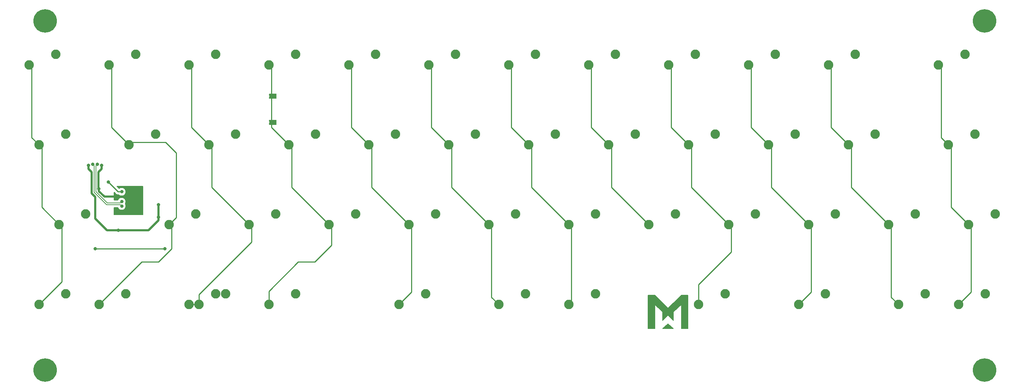
<source format=gbr>
%TF.GenerationSoftware,KiCad,Pcbnew,(7.0.0-rc2-153-g7d6218acb4)*%
%TF.CreationDate,2023-02-26T22:54:42+05:30*%
%TF.ProjectId,40-m0110,34302d6d-3031-4313-902e-6b696361645f,rev?*%
%TF.SameCoordinates,Original*%
%TF.FileFunction,Copper,L1,Top*%
%TF.FilePolarity,Positive*%
%FSLAX46Y46*%
G04 Gerber Fmt 4.6, Leading zero omitted, Abs format (unit mm)*
G04 Created by KiCad (PCBNEW (7.0.0-rc2-153-g7d6218acb4)) date 2023-02-26 22:54:42*
%MOMM*%
%LPD*%
G01*
G04 APERTURE LIST*
%TA.AperFunction,EtchedComponent*%
%ADD10C,0.200000*%
%TD*%
%TA.AperFunction,ComponentPad*%
%ADD11C,2.250000*%
%TD*%
%TA.AperFunction,ComponentPad*%
%ADD12C,5.600000*%
%TD*%
%TA.AperFunction,ComponentPad*%
%ADD13C,0.400000*%
%TD*%
%TA.AperFunction,SMDPad,CuDef*%
%ADD14R,1.800000X1.200000*%
%TD*%
%TA.AperFunction,ViaPad*%
%ADD15C,0.800000*%
%TD*%
%TA.AperFunction,Conductor*%
%ADD16C,0.550000*%
%TD*%
%TA.AperFunction,Conductor*%
%ADD17C,0.250000*%
%TD*%
%TA.AperFunction,Conductor*%
%ADD18C,0.200000*%
%TD*%
G04 APERTURE END LIST*
%TO.C,*%
G36*
X180657500Y-50800000D02*
G01*
X178117500Y-50800000D01*
X179387500Y-49725000D01*
X180657500Y-50800000D01*
G37*
D10*
X180657500Y-50800000D02*
X178117500Y-50800000D01*
X179387500Y-49725000D01*
X180657500Y-50800000D01*
G36*
X179387534Y-46037466D02*
G01*
X182562500Y-42862500D01*
X184150000Y-42862500D01*
X184150000Y-50800000D01*
X182562500Y-50800000D01*
X182562500Y-45085000D01*
X180657500Y-46831250D01*
X180657500Y-48895000D01*
X179387500Y-47625000D01*
X178117500Y-48895000D01*
X178117500Y-46831250D01*
X176212500Y-45085000D01*
X176212500Y-50800000D01*
X174625000Y-50800000D01*
X174625000Y-42862500D01*
X176212534Y-42862466D01*
X179387534Y-46037466D01*
G37*
X179387534Y-46037466D02*
X182562500Y-42862500D01*
X184150000Y-42862500D01*
X184150000Y-50800000D01*
X182562500Y-50800000D01*
X182562500Y-45085000D01*
X180657500Y-46831250D01*
X180657500Y-48895000D01*
X179387500Y-47625000D01*
X178117500Y-48895000D01*
X178117500Y-46831250D01*
X176212500Y-45085000D01*
X176212500Y-50800000D01*
X174625000Y-50800000D01*
X174625000Y-42862500D01*
X176212534Y-42862466D01*
X179387534Y-46037466D01*
%TD*%
D11*
%TO.P,MX21,1,COL*%
%TO.N,COL8*%
X184308750Y-6985000D03*
%TO.P,MX21,2,ROW*%
%TO.N,Net-(D21-A)*%
X190658750Y-4445000D03*
%TD*%
%TO.P,MX7,1,COL*%
%TO.N,COL6*%
X141446250Y12065000D03*
%TO.P,MX7,2,ROW*%
%TO.N,Net-(D7-A)*%
X147796250Y14605000D03*
%TD*%
%TO.P,MX24,1,COL*%
%TO.N,COL11*%
X246221250Y-6985000D03*
%TO.P,MX24,2,ROW*%
%TO.N,Net-(D24-A)*%
X252571250Y-4445000D03*
%TD*%
%TO.P,MX11,1,COL*%
%TO.N,COL10*%
X217646250Y12065000D03*
%TO.P,MX11,2,ROW*%
%TO.N,Net-(D11-A)*%
X223996250Y14605000D03*
%TD*%
%TO.P,MX20,1,COL*%
%TO.N,COL7*%
X165258750Y-6985000D03*
%TO.P,MX20,2,ROW*%
%TO.N,Net-(D20-A)*%
X171608750Y-4445000D03*
%TD*%
%TO.P,MX22,1,COL*%
%TO.N,COL9*%
X203358750Y-6985000D03*
%TO.P,MX22,2,ROW*%
%TO.N,Net-(D22-A)*%
X209708750Y-4445000D03*
%TD*%
%TO.P,MX15,1,COL*%
%TO.N,COL2*%
X70008750Y-6985000D03*
%TO.P,MX15,2,ROW*%
%TO.N,Net-(D15-A)*%
X76358750Y-4445000D03*
%TD*%
%TO.P,MX23,1,COL*%
%TO.N,COL10*%
X222408750Y-6985000D03*
%TO.P,MX23,2,ROW*%
%TO.N,Net-(D23-A)*%
X228758750Y-4445000D03*
%TD*%
%TO.P,MX26,1,COL*%
%TO.N,COL0*%
X29527500Y-45085000D03*
%TO.P,MX26,2,ROW*%
%TO.N,Net-(D26-A)*%
X35877500Y-42545000D03*
%TD*%
%TO.P,MX41,1,COL*%
%TO.N,COL8*%
X193833750Y-26035000D03*
%TO.P,MX41,2,ROW*%
%TO.N,Net-(D41-A)*%
X200183750Y-23495000D03*
%TD*%
%TO.P,MX18,1,COL*%
%TO.N,COL5*%
X127158750Y-6985000D03*
%TO.P,MX18,2,ROW*%
%TO.N,Net-(D18-A)*%
X133508750Y-4445000D03*
%TD*%
%TO.P,MX25,1,COL*%
%TO.N,COL0*%
X34290000Y-26035000D03*
%TO.P,MX25,2,ROW*%
%TO.N,Net-(D25-A)*%
X40640000Y-23495000D03*
%TD*%
%TO.P,MX46,1,COL*%
%TO.N,COL10*%
X234315000Y-45085000D03*
%TO.P,MX46,2,ROW*%
%TO.N,Net-(D46-A)*%
X240665000Y-42545000D03*
%TD*%
%TO.P,MX43,1,COL*%
%TO.N,COL9*%
X212883750Y-26035000D03*
%TO.P,MX43,2,ROW*%
%TO.N,Net-(D43-A)*%
X219233750Y-23495000D03*
%TD*%
%TO.P,MX8,1,COL*%
%TO.N,COL7*%
X160496250Y12065000D03*
%TO.P,MX8,2,ROW*%
%TO.N,Net-(D8-A)*%
X166846250Y14605000D03*
%TD*%
%TO.P,MX17,1,COL*%
%TO.N,COL4*%
X108108750Y-6985000D03*
%TO.P,MX17,2,ROW*%
%TO.N,Net-(D17-A)*%
X114458750Y-4445000D03*
%TD*%
%TO.P,MX12,1,COL*%
%TO.N,COL11*%
X243840000Y12065000D03*
%TO.P,MX12,2,ROW*%
%TO.N,Net-(D12-A)*%
X250190000Y14605000D03*
%TD*%
%TO.P,MX49,1,COL*%
%TO.N,COL2*%
X67627500Y-45085000D03*
%TO.P,MX49,2,ROW*%
%TO.N,Net-(D30-A)*%
X73977500Y-42545000D03*
%TD*%
%TO.P,MX29,1,COL*%
%TO.N,COL2*%
X79533750Y-26035000D03*
%TO.P,MX29,2,ROW*%
%TO.N,Net-(D29-A)*%
X85883750Y-23495000D03*
%TD*%
%TO.P,MX9,1,COL*%
%TO.N,COL8*%
X179546250Y12065000D03*
%TO.P,MX9,2,ROW*%
%TO.N,Net-(D9-A)*%
X185896250Y14605000D03*
%TD*%
%TO.P,MX47,1,COL*%
%TO.N,COL11*%
X250983750Y-26035000D03*
%TO.P,MX47,2,ROW*%
%TO.N,Net-(D47-A)*%
X257333750Y-23495000D03*
%TD*%
%TO.P,MX35,1,COL*%
%TO.N,COL5*%
X136683750Y-26035000D03*
%TO.P,MX35,2,ROW*%
%TO.N,Net-(D35-A)*%
X143033750Y-23495000D03*
%TD*%
%TO.P,MX28,1,COL*%
%TO.N,COL1*%
X43815000Y-45085000D03*
%TO.P,MX28,2,ROW*%
%TO.N,Net-(D28-A)*%
X50165000Y-42545000D03*
%TD*%
%TO.P,MX34,1,COL*%
%TO.N,COL4*%
X115252500Y-45085000D03*
%TO.P,MX34,2,ROW*%
%TO.N,Net-(D34-A)*%
X121602500Y-42545000D03*
%TD*%
D12*
%TO.P,H2,1*%
%TO.N,N/C*%
X254793750Y22600000D03*
%TD*%
D11*
%TO.P,MX27,1,COL*%
%TO.N,COL1*%
X60483750Y-26035000D03*
%TO.P,MX27,2,ROW*%
%TO.N,Net-(D27-A)*%
X66833750Y-23495000D03*
%TD*%
D12*
%TO.P,H4,1*%
%TO.N,N/C*%
X254793750Y-60700000D03*
%TD*%
D11*
%TO.P,MX2,1,COL*%
%TO.N,COL1*%
X46196250Y12065000D03*
%TO.P,MX2,2,ROW*%
%TO.N,Net-(D2-A)*%
X52546250Y14605000D03*
%TD*%
%TO.P,MX45,1,COL*%
%TO.N,COL10*%
X231933750Y-26035000D03*
%TO.P,MX45,2,ROW*%
%TO.N,Net-(D45-A)*%
X238283750Y-23495000D03*
%TD*%
%TO.P,MX6,1,COL*%
%TO.N,COL5*%
X122396250Y12065000D03*
%TO.P,MX6,2,ROW*%
%TO.N,Net-(D6-A)*%
X128746250Y14605000D03*
%TD*%
%TO.P,MX42,1,COL*%
%TO.N,COL8*%
X186690000Y-45085000D03*
%TO.P,MX42,2,ROW*%
%TO.N,Net-(D42-A)*%
X193040000Y-42545000D03*
%TD*%
%TO.P,MX38,1,COL*%
%TO.N,COL6*%
X155733750Y-45085000D03*
%TO.P,MX38,2,ROW*%
%TO.N,Net-(D38-A)*%
X162083750Y-42545000D03*
%TD*%
%TO.P,MX14,1,COL*%
%TO.N,COL1*%
X50958750Y-6985000D03*
%TO.P,MX14,2,ROW*%
%TO.N,Net-(D14-A)*%
X57308750Y-4445000D03*
%TD*%
%TO.P,MX44,1,COL*%
%TO.N,COL9*%
X210502500Y-45085000D03*
%TO.P,MX44,2,ROW*%
%TO.N,Net-(D44-A)*%
X216852500Y-42545000D03*
%TD*%
%TO.P,MX36,1,COL*%
%TO.N,COL5*%
X139065000Y-45085000D03*
%TO.P,MX36,2,ROW*%
%TO.N,Net-(D36-A)*%
X145415000Y-42545000D03*
%TD*%
%TO.P,MX5,1,COL*%
%TO.N,COL4*%
X103346250Y12065000D03*
%TO.P,MX5,2,ROW*%
%TO.N,Net-(D5-A)*%
X109696250Y14605000D03*
%TD*%
%TO.P,MX3,1,COL*%
%TO.N,COL2*%
X65246250Y12065000D03*
%TO.P,MX3,2,ROW*%
%TO.N,Net-(D3-A)*%
X71596250Y14605000D03*
%TD*%
D12*
%TO.P,H3,1*%
%TO.N,N/C*%
X30956250Y-60700000D03*
%TD*%
D11*
%TO.P,MX13,1,COL*%
%TO.N,COL0*%
X29527500Y-6985000D03*
%TO.P,MX13,2,ROW*%
%TO.N,Net-(D13-A)*%
X35877500Y-4445000D03*
%TD*%
%TO.P,MX1,1,COL*%
%TO.N,COL0*%
X27146250Y12065000D03*
%TO.P,MX1,2,ROW*%
%TO.N,Net-(D1-A)*%
X33496250Y14605000D03*
%TD*%
%TO.P,MX31,1,COL*%
%TO.N,COL3*%
X98583750Y-26035000D03*
%TO.P,MX31,2,ROW*%
%TO.N,Net-(D31-A)*%
X104933750Y-23495000D03*
%TD*%
%TO.P,MX33,1,COL*%
%TO.N,COL4*%
X117633750Y-26035000D03*
%TO.P,MX33,2,ROW*%
%TO.N,Net-(D33-A)*%
X123983750Y-23495000D03*
%TD*%
%TO.P,MX32,1,COL*%
%TO.N,COL3*%
X84296250Y-45085000D03*
%TO.P,MX32,2,ROW*%
%TO.N,Net-(D32-A)*%
X90646250Y-42545000D03*
%TD*%
%TO.P,MX10,1,COL*%
%TO.N,COL9*%
X198596250Y12065000D03*
%TO.P,MX10,2,ROW*%
%TO.N,Net-(D10-A)*%
X204946250Y14605000D03*
%TD*%
%TO.P,MX48,1,COL*%
%TO.N,COL11*%
X248602500Y-45085000D03*
%TO.P,MX48,2,ROW*%
%TO.N,Net-(D48-A)*%
X254952500Y-42545000D03*
%TD*%
D12*
%TO.P,H1,1*%
%TO.N,N/C*%
X30956250Y22600000D03*
%TD*%
D11*
%TO.P,MX30,1,COL*%
%TO.N,COL2*%
X65246250Y-45085000D03*
%TO.P,MX30,2,ROW*%
%TO.N,Net-(D30-A)*%
X71596250Y-42545000D03*
%TD*%
%TO.P,MX37,1,COL*%
%TO.N,COL6*%
X155733750Y-26035000D03*
%TO.P,MX37,2,ROW*%
%TO.N,Net-(D37-A)*%
X162083750Y-23495000D03*
%TD*%
%TO.P,MX39,1,COL*%
%TO.N,COL7*%
X174783750Y-26035000D03*
%TO.P,MX39,2,ROW*%
%TO.N,Net-(D39-A)*%
X181133750Y-23495000D03*
%TD*%
%TO.P,MX16,1,COL*%
%TO.N,COL3*%
X89058750Y-6985000D03*
%TO.P,MX16,2,ROW*%
%TO.N,Net-(D16-A)*%
X95408750Y-4445000D03*
%TD*%
%TO.P,MX19,1,COL*%
%TO.N,COL6*%
X146208750Y-6985000D03*
%TO.P,MX19,2,ROW*%
%TO.N,Net-(D19-A)*%
X152558750Y-4445000D03*
%TD*%
%TO.P,MX4,1,COL*%
%TO.N,COL3*%
X84296250Y12065000D03*
%TO.P,MX4,2,ROW*%
%TO.N,Net-(D4-A)*%
X90646250Y14605000D03*
%TD*%
D13*
%TO.P,J1,MP*%
%TO.N,N/C*%
X85893750Y5000000D03*
X84493750Y5000000D03*
X85193750Y4950000D03*
D14*
X85193749Y4599999D03*
D13*
X85193750Y4250000D03*
X85893750Y4200000D03*
X84493750Y4200000D03*
X85893750Y-1200000D03*
X84493750Y-1200000D03*
X85193750Y-1250000D03*
D14*
X85193749Y-1599999D03*
D13*
X85193750Y-1950000D03*
X85893750Y-2000000D03*
X84493750Y-2000000D03*
%TD*%
D15*
%TO.N,GND*%
X43787000Y-17462500D03*
X50800000Y-20131749D03*
X44450000Y-11906250D03*
%TO.N,+5V*%
X41275000Y-11906250D03*
X57943750Y-21293250D03*
X48418750Y-27406250D03*
X57943750Y-24231250D03*
%TO.N,ROW2*%
X59531250Y-31750000D03*
X42862500Y-31750000D03*
%TO.N,Net-(U1-PC1{slash}~{RESET})*%
X46037500Y-15875000D03*
X49212500Y-18175500D03*
%TO.N,/D+*%
X43387500Y-11650000D03*
X49212500Y-20531250D03*
%TO.N,/D-*%
X42337500Y-11650000D03*
X49212500Y-21581250D03*
%TD*%
D16*
%TO.N,GND*%
X50027335Y-19359084D02*
X50800000Y-20131749D01*
X43787000Y-18049378D02*
X45096706Y-19359084D01*
X45096706Y-19359084D02*
X50027335Y-19359084D01*
X43787000Y-17462500D02*
X43662500Y-17338000D01*
X43662500Y-13487500D02*
X44450000Y-12700000D01*
X44450000Y-12700000D02*
X44450000Y-11906250D01*
X43787000Y-17462500D02*
X43787000Y-18049378D01*
X43662500Y-17338000D02*
X43662500Y-13487500D01*
%TO.N,+5V*%
X48418750Y-27406250D02*
X45662500Y-27406250D01*
X57943750Y-24231250D02*
X57943750Y-21293250D01*
X57943750Y-25025000D02*
X55562500Y-27406250D01*
X45662500Y-27406250D02*
X42862500Y-24606250D01*
X42862500Y-19387622D02*
X42062500Y-18587622D01*
X42862500Y-24606250D02*
X42862500Y-19387622D01*
X41275000Y-12706250D02*
X41275000Y-11906250D01*
X42062500Y-13493750D02*
X41275000Y-12706250D01*
X42062500Y-18587622D02*
X42062500Y-13493750D01*
X57943750Y-24231250D02*
X57943750Y-25025000D01*
X55562500Y-27406250D02*
X48418750Y-27406250D01*
D17*
%TO.N,ROW2*%
X42862500Y-31750000D02*
X59531250Y-31750000D01*
%TO.N,COL0*%
X30162500Y-7620000D02*
X30162500Y-21907500D01*
X27781250Y-5238750D02*
X29527500Y-6985000D01*
X34925000Y-39687500D02*
X29527500Y-45085000D01*
X34925000Y-26670000D02*
X34925000Y-39687500D01*
X27146250Y12065000D02*
X27781250Y11430000D01*
X30162500Y-21907500D02*
X34290000Y-26035000D01*
X27781250Y11430000D02*
X27781250Y-5238750D01*
X29527500Y-6985000D02*
X30162500Y-7620000D01*
X34290000Y-26035000D02*
X34925000Y-26670000D01*
%TO.N,COL1*%
X46196250Y12065000D02*
X46831250Y11430000D01*
X51593750Y-6350000D02*
X59690000Y-6350000D01*
X53975000Y-34925000D02*
X43815000Y-45085000D01*
X46831250Y-2857500D02*
X50958750Y-6985000D01*
X60483750Y-26035000D02*
X61118750Y-26670000D01*
X57943750Y-34925000D02*
X53975000Y-34925000D01*
X61118750Y-31750000D02*
X57943750Y-34925000D01*
X62230000Y-24288750D02*
X60483750Y-26035000D01*
X46831250Y11430000D02*
X46831250Y-2857500D01*
X62230000Y-8890000D02*
X62230000Y-24288750D01*
X59690000Y-6350000D02*
X62230000Y-8890000D01*
X61118750Y-26670000D02*
X61118750Y-31750000D01*
X50958750Y-6985000D02*
X51593750Y-6350000D01*
%TO.N,COL2*%
X80168750Y-30162500D02*
X67627500Y-42703750D01*
X65881250Y11430000D02*
X65881250Y-2857500D01*
X67627500Y-42703750D02*
X67627500Y-45085000D01*
X70643750Y-7620000D02*
X70643750Y-17145000D01*
X65881250Y-2857500D02*
X70008750Y-6985000D01*
X79533750Y-26035000D02*
X80168750Y-26670000D01*
X70643750Y-17145000D02*
X79533750Y-26035000D01*
X65246250Y12065000D02*
X65881250Y11430000D01*
X80168750Y-26670000D02*
X80168750Y-30162500D01*
X70008750Y-6985000D02*
X70643750Y-7620000D01*
X67627500Y-45085000D02*
X65246250Y-45085000D01*
%TO.N,COL3*%
X99218750Y-26670000D02*
X99218750Y-30956250D01*
X91281250Y-34925000D02*
X84296250Y-41910000D01*
X99218750Y-30956250D02*
X95250000Y-34925000D01*
X84931250Y-2857500D02*
X89058750Y-6985000D01*
X89693750Y-17145000D02*
X98583750Y-26035000D01*
X84931250Y11430000D02*
X84931250Y-2857500D01*
X89693750Y-7620000D02*
X89693750Y-17145000D01*
X98583750Y-26035000D02*
X99218750Y-26670000D01*
X95250000Y-34925000D02*
X91281250Y-34925000D01*
X84296250Y-41910000D02*
X84296250Y-45085000D01*
X84296250Y12065000D02*
X84931250Y11430000D01*
X89058750Y-6985000D02*
X89693750Y-7620000D01*
%TO.N,COL4*%
X103981250Y-2857500D02*
X108108750Y-6985000D01*
X118268750Y-26670000D02*
X118268750Y-42068750D01*
X118268750Y-42068750D02*
X115252500Y-45085000D01*
X103981250Y11430000D02*
X103981250Y-2857500D01*
X103346250Y12065000D02*
X103981250Y11430000D01*
X117633750Y-26035000D02*
X118268750Y-26670000D01*
X108743750Y-17145000D02*
X117633750Y-26035000D01*
X108743750Y-7620000D02*
X108743750Y-17145000D01*
X108108750Y-6985000D02*
X108743750Y-7620000D01*
%TO.N,COL5*%
X137318750Y-43338750D02*
X139065000Y-45085000D01*
X127793750Y-17145000D02*
X136683750Y-26035000D01*
X136683750Y-26035000D02*
X137318750Y-26670000D01*
X123031250Y11430000D02*
X123031250Y-2857500D01*
X123031250Y-2857500D02*
X127158750Y-6985000D01*
X122396250Y12065000D02*
X123031250Y11430000D01*
X137318750Y-26670000D02*
X137318750Y-43338750D01*
X127158750Y-6985000D02*
X127793750Y-7620000D01*
X127793750Y-7620000D02*
X127793750Y-17145000D01*
%TO.N,COL6*%
X141446250Y12065000D02*
X142081250Y11430000D01*
X146208750Y-6985000D02*
X146843750Y-7620000D01*
X146843750Y-17145000D02*
X155733750Y-26035000D01*
X142081250Y-2857500D02*
X146208750Y-6985000D01*
X142081250Y11430000D02*
X142081250Y-2857500D01*
X156368750Y-26670000D02*
X156368750Y-44450000D01*
X155733750Y-26035000D02*
X156368750Y-26670000D01*
X146843750Y-7620000D02*
X146843750Y-17145000D01*
X156368750Y-44450000D02*
X155733750Y-45085000D01*
%TO.N,COL7*%
X160496250Y12065000D02*
X161131250Y11430000D01*
X165893750Y-17145000D02*
X174783750Y-26035000D01*
X165258750Y-6985000D02*
X165893750Y-7620000D01*
X161131250Y-2857500D02*
X165258750Y-6985000D01*
X161131250Y11430000D02*
X161131250Y-2857500D01*
X165893750Y-7620000D02*
X165893750Y-17145000D01*
%TO.N,COL8*%
X194468750Y-26670000D02*
X194468750Y-32543750D01*
X179546250Y12065000D02*
X180181250Y11430000D01*
X180181250Y-2857500D02*
X184308750Y-6985000D01*
X184943750Y-7620000D02*
X184943750Y-17145000D01*
X193833750Y-26035000D02*
X194468750Y-26670000D01*
X184308750Y-6985000D02*
X184943750Y-7620000D01*
X184943750Y-17145000D02*
X193833750Y-26035000D01*
X194468750Y-32543750D02*
X186690000Y-40322500D01*
X186690000Y-40322500D02*
X186690000Y-45085000D01*
X180181250Y11430000D02*
X180181250Y-2857500D01*
%TO.N,COL9*%
X203993750Y-7620000D02*
X203993750Y-17145000D01*
X213518750Y-42068750D02*
X210502500Y-45085000D01*
X198596250Y12065000D02*
X199231250Y11430000D01*
X213518750Y-26670000D02*
X213518750Y-42068750D01*
X199231250Y11430000D02*
X199231250Y-2857500D01*
X203993750Y-17145000D02*
X212883750Y-26035000D01*
X212883750Y-26035000D02*
X213518750Y-26670000D01*
X203358750Y-6985000D02*
X203993750Y-7620000D01*
X199231250Y-2857500D02*
X203358750Y-6985000D01*
%TO.N,COL10*%
X231933750Y-26035000D02*
X232568750Y-26670000D01*
X218281250Y-2857500D02*
X222408750Y-6985000D01*
X223043750Y-7620000D02*
X223043750Y-17145000D01*
X218281250Y11430000D02*
X218281250Y-2857500D01*
X232568750Y-26670000D02*
X232568750Y-43338750D01*
X222408750Y-6985000D02*
X223043750Y-7620000D01*
X223043750Y-17145000D02*
X231933750Y-26035000D01*
X232568750Y-43338750D02*
X234315000Y-45085000D01*
X217646250Y12065000D02*
X218281250Y11430000D01*
%TO.N,COL11*%
X246856250Y-21907500D02*
X250983750Y-26035000D01*
X251618750Y-26670000D02*
X251618750Y-42068750D01*
X246856250Y-7620000D02*
X246856250Y-21907500D01*
X244475000Y-5238750D02*
X246221250Y-6985000D01*
X250983750Y-26035000D02*
X251618750Y-26670000D01*
X251618750Y-42068750D02*
X248602500Y-45085000D01*
X243840000Y12065000D02*
X244475000Y11430000D01*
X246221250Y-6985000D02*
X246856250Y-7620000D01*
X244475000Y11430000D02*
X244475000Y-5238750D01*
%TO.N,Net-(U1-PC1{slash}~{RESET})*%
X48338000Y-18175500D02*
X49212500Y-18175500D01*
X46037500Y-15875000D02*
X48338000Y-18175500D01*
D18*
%TO.N,/D+*%
X48912501Y-20831249D02*
X49212500Y-20531250D01*
X43087500Y-18163050D02*
X45755699Y-20831249D01*
X45755699Y-20831249D02*
X48912501Y-20831249D01*
X43087500Y-11950000D02*
X43087500Y-18163050D01*
X43387500Y-11650000D02*
X43087500Y-11950000D01*
%TO.N,/D-*%
X48912501Y-21281251D02*
X49212500Y-21581250D01*
X42637500Y-11950000D02*
X42637500Y-18349450D01*
X45569301Y-21281251D02*
X48912501Y-21281251D01*
X42637500Y-18349450D02*
X45569301Y-21281251D01*
X42337500Y-11650000D02*
X42637500Y-11950000D01*
%TD*%
%TA.AperFunction,Conductor*%
%TO.N,GND*%
G36*
X54237000Y-16779381D02*
G01*
X54283119Y-16825500D01*
X54300000Y-16888500D01*
X54300000Y-23636500D01*
X54283119Y-23699500D01*
X54237000Y-23745619D01*
X54174000Y-23762500D01*
X47426000Y-23762500D01*
X47363000Y-23745619D01*
X47316881Y-23699500D01*
X47300000Y-23636500D01*
X47300000Y-22015751D01*
X47316881Y-21952751D01*
X47363000Y-21906632D01*
X47426000Y-21889751D01*
X48268830Y-21889751D01*
X48316319Y-21899043D01*
X48356804Y-21925548D01*
X48376305Y-21953768D01*
X48377973Y-21952806D01*
X48473460Y-22118194D01*
X48601247Y-22260116D01*
X48755748Y-22372368D01*
X48930212Y-22450044D01*
X49117013Y-22489750D01*
X49301384Y-22489750D01*
X49307987Y-22489750D01*
X49494788Y-22450044D01*
X49669252Y-22372368D01*
X49823753Y-22260116D01*
X49951540Y-22118194D01*
X50047027Y-21952806D01*
X50106042Y-21771178D01*
X50126004Y-21581250D01*
X50106042Y-21391322D01*
X50080797Y-21313629D01*
X50049069Y-21215978D01*
X50049068Y-21215976D01*
X50047027Y-21209694D01*
X49994807Y-21119247D01*
X49977927Y-21056248D01*
X49994808Y-20993249D01*
X50047027Y-20902806D01*
X50106042Y-20721178D01*
X50126004Y-20531250D01*
X50106042Y-20341322D01*
X50047027Y-20159694D01*
X49951540Y-19994306D01*
X49823753Y-19852384D01*
X49818411Y-19848503D01*
X49818408Y-19848500D01*
X49740557Y-19791938D01*
X49669252Y-19740132D01*
X49494788Y-19662456D01*
X49488335Y-19661084D01*
X49488331Y-19661083D01*
X49314443Y-19624122D01*
X49314440Y-19624121D01*
X49307987Y-19622750D01*
X49117013Y-19622750D01*
X49110560Y-19624121D01*
X49110556Y-19624122D01*
X48936668Y-19661083D01*
X48936661Y-19661085D01*
X48930212Y-19662456D01*
X48924182Y-19665140D01*
X48924181Y-19665141D01*
X48761778Y-19737447D01*
X48761775Y-19737448D01*
X48755748Y-19740132D01*
X48750407Y-19744012D01*
X48750406Y-19744013D01*
X48606591Y-19848500D01*
X48606583Y-19848506D01*
X48601247Y-19852384D01*
X48596830Y-19857289D01*
X48596825Y-19857294D01*
X48477879Y-19989398D01*
X48473460Y-19994306D01*
X48470161Y-20000019D01*
X48470158Y-20000024D01*
X48377973Y-20159694D01*
X48376305Y-20158731D01*
X48356804Y-20186952D01*
X48316319Y-20213457D01*
X48268830Y-20222749D01*
X47426000Y-20222749D01*
X47363000Y-20205868D01*
X47316881Y-20159749D01*
X47300000Y-20096749D01*
X47300000Y-18337594D01*
X47313733Y-18280391D01*
X47351939Y-18235658D01*
X47406289Y-18213145D01*
X47464936Y-18217761D01*
X47515095Y-18248499D01*
X47834342Y-18567746D01*
X47841884Y-18576033D01*
X47846000Y-18582518D01*
X47851779Y-18587944D01*
X47851780Y-18587946D01*
X47895667Y-18629158D01*
X47898509Y-18631913D01*
X47918230Y-18651634D01*
X47921414Y-18654104D01*
X47930437Y-18661809D01*
X47962679Y-18692086D01*
X47969628Y-18695906D01*
X47980429Y-18701844D01*
X47996959Y-18712702D01*
X48006694Y-18720254D01*
X48006697Y-18720256D01*
X48012959Y-18725113D01*
X48053536Y-18742672D01*
X48064171Y-18747881D01*
X48102940Y-18769195D01*
X48122566Y-18774234D01*
X48141259Y-18780634D01*
X48159855Y-18788681D01*
X48167686Y-18789921D01*
X48167689Y-18789922D01*
X48184128Y-18792525D01*
X48203525Y-18795597D01*
X48215125Y-18797998D01*
X48257970Y-18809000D01*
X48278224Y-18809000D01*
X48297934Y-18810550D01*
X48317943Y-18813720D01*
X48361961Y-18809558D01*
X48373819Y-18809000D01*
X48504300Y-18809000D01*
X48555547Y-18819892D01*
X48591224Y-18845812D01*
X48591920Y-18845040D01*
X48596831Y-18849462D01*
X48601247Y-18854366D01*
X48755748Y-18966618D01*
X48930212Y-19044294D01*
X49117013Y-19084000D01*
X49301384Y-19084000D01*
X49307987Y-19084000D01*
X49494788Y-19044294D01*
X49669252Y-18966618D01*
X49823753Y-18854366D01*
X49951540Y-18712444D01*
X50047027Y-18547056D01*
X50106042Y-18365428D01*
X50126004Y-18175500D01*
X50106042Y-17985572D01*
X50047027Y-17803944D01*
X49951540Y-17638556D01*
X49823753Y-17496634D01*
X49818411Y-17492753D01*
X49818408Y-17492750D01*
X49740557Y-17436188D01*
X49669252Y-17384382D01*
X49494788Y-17306706D01*
X49488335Y-17305334D01*
X49488331Y-17305333D01*
X49314443Y-17268372D01*
X49314440Y-17268371D01*
X49307987Y-17267000D01*
X49117013Y-17267000D01*
X49110560Y-17268371D01*
X49110556Y-17268372D01*
X48936668Y-17305333D01*
X48936661Y-17305335D01*
X48930212Y-17306706D01*
X48924182Y-17309390D01*
X48924181Y-17309391D01*
X48761778Y-17381697D01*
X48761775Y-17381698D01*
X48755748Y-17384382D01*
X48750410Y-17388260D01*
X48750407Y-17388262D01*
X48661543Y-17452825D01*
X48607193Y-17475337D01*
X48548547Y-17470721D01*
X48498388Y-17439983D01*
X48036000Y-16977595D01*
X48005262Y-16927436D01*
X48000646Y-16868789D01*
X48023159Y-16814439D01*
X48067892Y-16776233D01*
X48125095Y-16762500D01*
X54174000Y-16762500D01*
X54237000Y-16779381D01*
G37*
%TD.AperFunction*%
%TD*%
M02*

</source>
